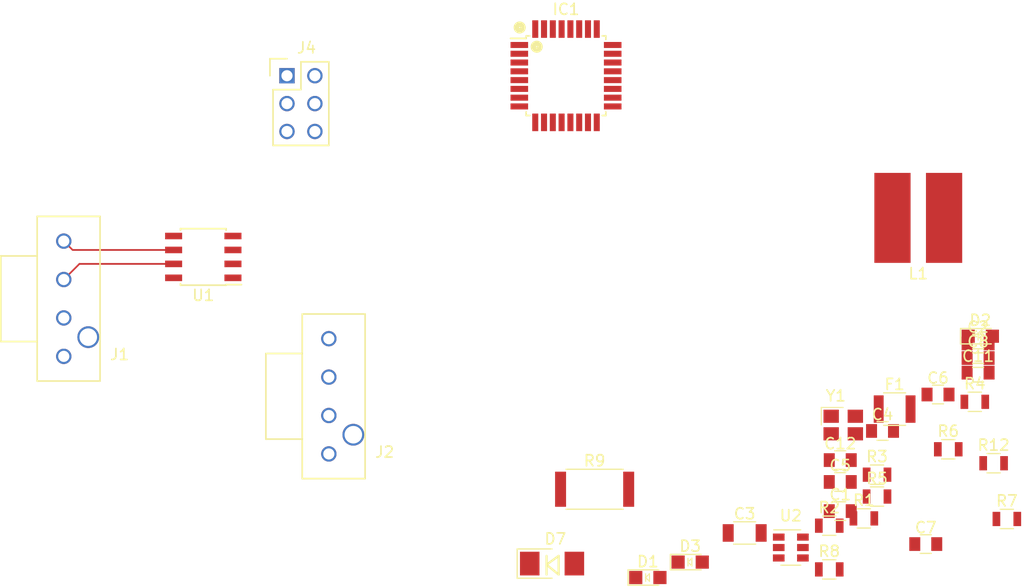
<source format=kicad_pcb>
(kicad_pcb (version 20171130) (host pcbnew 5.0.1-33cea8e~67~ubuntu16.04.1)

  (general
    (thickness 1.6)
    (drawings 0)
    (tracks 4)
    (zones 0)
    (modules 33)
    (nets 46)
  )

  (page A4)
  (layers
    (0 F.Cu signal)
    (31 B.Cu signal)
    (32 B.Adhes user)
    (33 F.Adhes user)
    (34 B.Paste user)
    (35 F.Paste user)
    (36 B.SilkS user)
    (37 F.SilkS user)
    (38 B.Mask user)
    (39 F.Mask user)
    (40 Dwgs.User user)
    (41 Cmts.User user)
    (42 Eco1.User user)
    (43 Eco2.User user)
    (44 Edge.Cuts user)
    (45 Margin user)
    (46 B.CrtYd user)
    (47 F.CrtYd user)
    (48 B.Fab user)
    (49 F.Fab user)
  )

  (setup
    (last_trace_width 0.1524)
    (trace_clearance 0.1524)
    (zone_clearance 0.508)
    (zone_45_only no)
    (trace_min 0.1524)
    (segment_width 0.2)
    (edge_width 0.15)
    (via_size 0.6096)
    (via_drill 0.3048)
    (via_min_size 0.4)
    (via_min_drill 0.3)
    (uvia_size 0.3)
    (uvia_drill 0.1)
    (uvias_allowed no)
    (uvia_min_size 0.2)
    (uvia_min_drill 0.1)
    (pcb_text_width 0.3)
    (pcb_text_size 1.5 1.5)
    (mod_edge_width 0.15)
    (mod_text_size 1 1)
    (mod_text_width 0.15)
    (pad_size 1.524 1.524)
    (pad_drill 0.762)
    (pad_to_mask_clearance 0.051)
    (solder_mask_min_width 0.25)
    (aux_axis_origin 0 0)
    (visible_elements FFFFFF7F)
    (pcbplotparams
      (layerselection 0x010fc_ffffffff)
      (usegerberextensions false)
      (usegerberattributes false)
      (usegerberadvancedattributes false)
      (creategerberjobfile false)
      (excludeedgelayer true)
      (linewidth 0.100000)
      (plotframeref false)
      (viasonmask false)
      (mode 1)
      (useauxorigin false)
      (hpglpennumber 1)
      (hpglpenspeed 20)
      (hpglpendiameter 15.000000)
      (psnegative false)
      (psa4output false)
      (plotreference true)
      (plotvalue true)
      (plotinvisibletext false)
      (padsonsilk false)
      (subtractmaskfromsilk false)
      (outputformat 1)
      (mirror false)
      (drillshape 1)
      (scaleselection 1)
      (outputdirectory ""))
  )

  (net 0 "")
  (net 1 VCC)
  (net 2 GND)
  (net 3 "Net-(C2-Pad1)")
  (net 4 /12V_Fused)
  (net 5 "Net-(C5-Pad1)")
  (net 6 "Net-(C5-Pad2)")
  (net 7 "Net-(C6-Pad1)")
  (net 8 "Net-(C11-Pad1)")
  (net 9 "Net-(C8-Pad1)")
  (net 10 "Net-(D1-Pad2)")
  (net 11 "Net-(D2-Pad2)")
  (net 12 /P_LED_1)
  (net 13 "Net-(D3-Pad1)")
  (net 14 +12V)
  (net 15 /MISO)
  (net 16 /MOSI)
  (net 17 /SS)
  (net 18 /TXCAN)
  (net 19 /RXCAN)
  (net 20 /HSENSOR)
  (net 21 /SCK)
  (net 22 "Net-(IC1-Pad13)")
  (net 23 "Net-(IC1-Pad14)")
  (net 24 "Net-(IC1-Pad15)")
  (net 25 "Net-(IC1-Pad16)")
  (net 26 "Net-(IC1-Pad17)")
  (net 27 "Net-(IC1-Pad18)")
  (net 28 "Net-(IC1-Pad21)")
  (net 29 "Net-(IC1-Pad22)")
  (net 30 "Net-(IC1-Pad23)")
  (net 31 "Net-(IC1-Pad24)")
  (net 32 "Net-(IC1-Pad25)")
  (net 33 "Net-(IC1-Pad26)")
  (net 34 "Net-(IC1-Pad27)")
  (net 35 "Net-(IC1-Pad28)")
  (net 36 "Net-(IC1-Pad29)")
  (net 37 "Net-(IC1-Pad30)")
  (net 38 /RESET)
  (net 39 "Net-(IC1-Pad32)")
  (net 40 /CANL)
  (net 41 /CANH)
  (net 42 "Net-(J2-Pad4)")
  (net 43 "Net-(R3-Pad2)")
  (net 44 "Net-(R4-Pad1)")
  (net 45 "Net-(U1-Pad5)")

  (net_class Default "This is the default net class."
    (clearance 0.1524)
    (trace_width 0.1524)
    (via_dia 0.6096)
    (via_drill 0.3048)
    (uvia_dia 0.3)
    (uvia_drill 0.1)
    (add_net +12V)
    (add_net /12V_Fused)
    (add_net /CANH)
    (add_net /CANL)
    (add_net /HSENSOR)
    (add_net /MISO)
    (add_net /MOSI)
    (add_net /P_LED_1)
    (add_net /RESET)
    (add_net /RXCAN)
    (add_net /SCK)
    (add_net /SS)
    (add_net /TXCAN)
    (add_net GND)
    (add_net "Net-(C11-Pad1)")
    (add_net "Net-(C2-Pad1)")
    (add_net "Net-(C5-Pad1)")
    (add_net "Net-(C5-Pad2)")
    (add_net "Net-(C6-Pad1)")
    (add_net "Net-(C8-Pad1)")
    (add_net "Net-(D1-Pad2)")
    (add_net "Net-(D2-Pad2)")
    (add_net "Net-(D3-Pad1)")
    (add_net "Net-(IC1-Pad13)")
    (add_net "Net-(IC1-Pad14)")
    (add_net "Net-(IC1-Pad15)")
    (add_net "Net-(IC1-Pad16)")
    (add_net "Net-(IC1-Pad17)")
    (add_net "Net-(IC1-Pad18)")
    (add_net "Net-(IC1-Pad21)")
    (add_net "Net-(IC1-Pad22)")
    (add_net "Net-(IC1-Pad23)")
    (add_net "Net-(IC1-Pad24)")
    (add_net "Net-(IC1-Pad25)")
    (add_net "Net-(IC1-Pad26)")
    (add_net "Net-(IC1-Pad27)")
    (add_net "Net-(IC1-Pad28)")
    (add_net "Net-(IC1-Pad29)")
    (add_net "Net-(IC1-Pad30)")
    (add_net "Net-(IC1-Pad32)")
    (add_net "Net-(J2-Pad4)")
    (add_net "Net-(R3-Pad2)")
    (add_net "Net-(R4-Pad1)")
    (add_net "Net-(U1-Pad5)")
    (add_net VCC)
  )

  (module footprints:C_0805_OEM (layer F.Cu) (tedit 59F250E7) (tstamp 5BD271BE)
    (at 154.505001 94.278745)
    (descr "Capacitor SMD 0805, reflow soldering, AVX (see smccp.pdf)")
    (tags "capacitor 0805")
    (path /59E06957)
    (attr smd)
    (fp_text reference C1 (at 0 -1.5) (layer F.SilkS)
      (effects (font (size 1 1) (thickness 0.15)))
    )
    (fp_text value C_0.1uF (at 0 1.75) (layer F.Fab) hide
      (effects (font (size 1 1) (thickness 0.15)))
    )
    (fp_line (start -1 0.62) (end -1 -0.62) (layer F.Fab) (width 0.1))
    (fp_line (start 1 0.62) (end -1 0.62) (layer F.Fab) (width 0.1))
    (fp_line (start 1 -0.62) (end 1 0.62) (layer F.Fab) (width 0.1))
    (fp_line (start -1 -0.62) (end 1 -0.62) (layer F.Fab) (width 0.1))
    (fp_line (start 0.5 -0.85) (end -0.5 -0.85) (layer F.SilkS) (width 0.12))
    (fp_line (start -0.5 0.85) (end 0.5 0.85) (layer F.SilkS) (width 0.12))
    (fp_line (start -1.75 -0.88) (end 1.75 -0.88) (layer F.CrtYd) (width 0.05))
    (fp_line (start -1.75 -0.88) (end -1.75 0.87) (layer F.CrtYd) (width 0.05))
    (fp_line (start 1.75 0.87) (end 1.75 -0.88) (layer F.CrtYd) (width 0.05))
    (fp_line (start 1.75 0.87) (end -1.75 0.87) (layer F.CrtYd) (width 0.05))
    (pad 1 smd rect (at -1 0) (size 1 1.25) (layers F.Cu F.Paste F.Mask)
      (net 1 VCC))
    (pad 2 smd rect (at 1 0) (size 1 1.25) (layers F.Cu F.Paste F.Mask)
      (net 2 GND))
    (model /home/josh/Formula/OEM_Preferred_Parts/3DModels/C_0805_OEM/C_0805.wrl
      (at (xyz 0 0 0))
      (scale (xyz 1 1 1))
      (rotate (xyz 0 0 0))
    )
  )

  (module footprints:C_0805_OEM (layer F.Cu) (tedit 59F250E7) (tstamp 5BD271CE)
    (at 167.055001 79.008907)
    (descr "Capacitor SMD 0805, reflow soldering, AVX (see smccp.pdf)")
    (tags "capacitor 0805")
    (path /59E06E67)
    (attr smd)
    (fp_text reference C2 (at 0 -1.5) (layer F.SilkS)
      (effects (font (size 1 1) (thickness 0.15)))
    )
    (fp_text value C_100pF (at 0 1.75) (layer F.Fab) hide
      (effects (font (size 1 1) (thickness 0.15)))
    )
    (fp_line (start 1.75 0.87) (end -1.75 0.87) (layer F.CrtYd) (width 0.05))
    (fp_line (start 1.75 0.87) (end 1.75 -0.88) (layer F.CrtYd) (width 0.05))
    (fp_line (start -1.75 -0.88) (end -1.75 0.87) (layer F.CrtYd) (width 0.05))
    (fp_line (start -1.75 -0.88) (end 1.75 -0.88) (layer F.CrtYd) (width 0.05))
    (fp_line (start -0.5 0.85) (end 0.5 0.85) (layer F.SilkS) (width 0.12))
    (fp_line (start 0.5 -0.85) (end -0.5 -0.85) (layer F.SilkS) (width 0.12))
    (fp_line (start -1 -0.62) (end 1 -0.62) (layer F.Fab) (width 0.1))
    (fp_line (start 1 -0.62) (end 1 0.62) (layer F.Fab) (width 0.1))
    (fp_line (start 1 0.62) (end -1 0.62) (layer F.Fab) (width 0.1))
    (fp_line (start -1 0.62) (end -1 -0.62) (layer F.Fab) (width 0.1))
    (pad 2 smd rect (at 1 0) (size 1 1.25) (layers F.Cu F.Paste F.Mask)
      (net 2 GND))
    (pad 1 smd rect (at -1 0) (size 1 1.25) (layers F.Cu F.Paste F.Mask)
      (net 3 "Net-(C2-Pad1)"))
    (model /home/josh/Formula/OEM_Preferred_Parts/3DModels/C_0805_OEM/C_0805.wrl
      (at (xyz 0 0 0))
      (scale (xyz 1 1 1))
      (rotate (xyz 0 0 0))
    )
  )

  (module footprints:C_1206_OEM (layer F.Cu) (tedit 59F253AA) (tstamp 5BD271DE)
    (at 145.805001 96.270463)
    (descr "Capacitor SMD 1206, reflow soldering, AVX (see smccp.pdf)")
    (tags "capacitor 1206")
    (path /59E04907)
    (attr smd)
    (fp_text reference C3 (at 0 -1.75) (layer F.SilkS)
      (effects (font (size 1 1) (thickness 0.15)))
    )
    (fp_text value C_22uF (at 0 2) (layer F.Fab) hide
      (effects (font (size 1 1) (thickness 0.15)))
    )
    (fp_line (start -1.6 0.8) (end -1.6 -0.8) (layer F.Fab) (width 0.1))
    (fp_line (start 1.6 0.8) (end -1.6 0.8) (layer F.Fab) (width 0.1))
    (fp_line (start 1.6 -0.8) (end 1.6 0.8) (layer F.Fab) (width 0.1))
    (fp_line (start -1.6 -0.8) (end 1.6 -0.8) (layer F.Fab) (width 0.1))
    (fp_line (start 1 -1.02) (end -1 -1.02) (layer F.SilkS) (width 0.12))
    (fp_line (start -1 1.02) (end 1 1.02) (layer F.SilkS) (width 0.12))
    (fp_line (start -2.25 -1.05) (end 2.25 -1.05) (layer F.CrtYd) (width 0.05))
    (fp_line (start -2.25 -1.05) (end -2.25 1.05) (layer F.CrtYd) (width 0.05))
    (fp_line (start 2.25 1.05) (end 2.25 -1.05) (layer F.CrtYd) (width 0.05))
    (fp_line (start 2.25 1.05) (end -2.25 1.05) (layer F.CrtYd) (width 0.05))
    (pad 1 smd rect (at -1.5 0) (size 1 1.6) (layers F.Cu F.Paste F.Mask)
      (net 4 /12V_Fused))
    (pad 2 smd rect (at 1.5 0) (size 1 1.6) (layers F.Cu F.Paste F.Mask)
      (net 2 GND))
    (model Capacitors_SMD.3dshapes/C_1206.wrl
      (at (xyz 0 0 0))
      (scale (xyz 1 1 1))
      (rotate (xyz 0 0 0))
    )
  )

  (module footprints:C_0805_OEM (layer F.Cu) (tedit 59F250E7) (tstamp 5BD271EE)
    (at 158.355001 86.975779)
    (descr "Capacitor SMD 0805, reflow soldering, AVX (see smccp.pdf)")
    (tags "capacitor 0805")
    (path /59E068FA)
    (attr smd)
    (fp_text reference C4 (at 0 -1.5) (layer F.SilkS)
      (effects (font (size 1 1) (thickness 0.15)))
    )
    (fp_text value C_0.1uF (at 0 1.75) (layer F.Fab) hide
      (effects (font (size 1 1) (thickness 0.15)))
    )
    (fp_line (start 1.75 0.87) (end -1.75 0.87) (layer F.CrtYd) (width 0.05))
    (fp_line (start 1.75 0.87) (end 1.75 -0.88) (layer F.CrtYd) (width 0.05))
    (fp_line (start -1.75 -0.88) (end -1.75 0.87) (layer F.CrtYd) (width 0.05))
    (fp_line (start -1.75 -0.88) (end 1.75 -0.88) (layer F.CrtYd) (width 0.05))
    (fp_line (start -0.5 0.85) (end 0.5 0.85) (layer F.SilkS) (width 0.12))
    (fp_line (start 0.5 -0.85) (end -0.5 -0.85) (layer F.SilkS) (width 0.12))
    (fp_line (start -1 -0.62) (end 1 -0.62) (layer F.Fab) (width 0.1))
    (fp_line (start 1 -0.62) (end 1 0.62) (layer F.Fab) (width 0.1))
    (fp_line (start 1 0.62) (end -1 0.62) (layer F.Fab) (width 0.1))
    (fp_line (start -1 0.62) (end -1 -0.62) (layer F.Fab) (width 0.1))
    (pad 2 smd rect (at 1 0) (size 1 1.25) (layers F.Cu F.Paste F.Mask)
      (net 2 GND))
    (pad 1 smd rect (at -1 0) (size 1 1.25) (layers F.Cu F.Paste F.Mask)
      (net 1 VCC))
    (model /home/josh/Formula/OEM_Preferred_Parts/3DModels/C_0805_OEM/C_0805.wrl
      (at (xyz 0 0 0))
      (scale (xyz 1 1 1))
      (rotate (xyz 0 0 0))
    )
  )

  (module footprints:C_0805_OEM (layer F.Cu) (tedit 59F250E7) (tstamp 5BD271FE)
    (at 154.505001 91.623121)
    (descr "Capacitor SMD 0805, reflow soldering, AVX (see smccp.pdf)")
    (tags "capacitor 0805")
    (path /59E048C8)
    (attr smd)
    (fp_text reference C5 (at 0 -1.5) (layer F.SilkS)
      (effects (font (size 1 1) (thickness 0.15)))
    )
    (fp_text value C_0.1uF (at 0 1.75) (layer F.Fab) hide
      (effects (font (size 1 1) (thickness 0.15)))
    )
    (fp_line (start -1 0.62) (end -1 -0.62) (layer F.Fab) (width 0.1))
    (fp_line (start 1 0.62) (end -1 0.62) (layer F.Fab) (width 0.1))
    (fp_line (start 1 -0.62) (end 1 0.62) (layer F.Fab) (width 0.1))
    (fp_line (start -1 -0.62) (end 1 -0.62) (layer F.Fab) (width 0.1))
    (fp_line (start 0.5 -0.85) (end -0.5 -0.85) (layer F.SilkS) (width 0.12))
    (fp_line (start -0.5 0.85) (end 0.5 0.85) (layer F.SilkS) (width 0.12))
    (fp_line (start -1.75 -0.88) (end 1.75 -0.88) (layer F.CrtYd) (width 0.05))
    (fp_line (start -1.75 -0.88) (end -1.75 0.87) (layer F.CrtYd) (width 0.05))
    (fp_line (start 1.75 0.87) (end 1.75 -0.88) (layer F.CrtYd) (width 0.05))
    (fp_line (start 1.75 0.87) (end -1.75 0.87) (layer F.CrtYd) (width 0.05))
    (pad 1 smd rect (at -1 0) (size 1 1.25) (layers F.Cu F.Paste F.Mask)
      (net 5 "Net-(C5-Pad1)"))
    (pad 2 smd rect (at 1 0) (size 1 1.25) (layers F.Cu F.Paste F.Mask)
      (net 6 "Net-(C5-Pad2)"))
    (model /home/josh/Formula/OEM_Preferred_Parts/3DModels/C_0805_OEM/C_0805.wrl
      (at (xyz 0 0 0))
      (scale (xyz 1 1 1))
      (rotate (xyz 0 0 0))
    )
  )

  (module footprints:C_0805_OEM (layer F.Cu) (tedit 59F250E7) (tstamp 5BD2720E)
    (at 163.405001 83.656249)
    (descr "Capacitor SMD 0805, reflow soldering, AVX (see smccp.pdf)")
    (tags "capacitor 0805")
    (path /59E06F43)
    (attr smd)
    (fp_text reference C6 (at 0 -1.5) (layer F.SilkS)
      (effects (font (size 1 1) (thickness 0.15)))
    )
    (fp_text value C_30pF (at 0 1.75) (layer F.Fab) hide
      (effects (font (size 1 1) (thickness 0.15)))
    )
    (fp_line (start 1.75 0.87) (end -1.75 0.87) (layer F.CrtYd) (width 0.05))
    (fp_line (start 1.75 0.87) (end 1.75 -0.88) (layer F.CrtYd) (width 0.05))
    (fp_line (start -1.75 -0.88) (end -1.75 0.87) (layer F.CrtYd) (width 0.05))
    (fp_line (start -1.75 -0.88) (end 1.75 -0.88) (layer F.CrtYd) (width 0.05))
    (fp_line (start -0.5 0.85) (end 0.5 0.85) (layer F.SilkS) (width 0.12))
    (fp_line (start 0.5 -0.85) (end -0.5 -0.85) (layer F.SilkS) (width 0.12))
    (fp_line (start -1 -0.62) (end 1 -0.62) (layer F.Fab) (width 0.1))
    (fp_line (start 1 -0.62) (end 1 0.62) (layer F.Fab) (width 0.1))
    (fp_line (start 1 0.62) (end -1 0.62) (layer F.Fab) (width 0.1))
    (fp_line (start -1 0.62) (end -1 -0.62) (layer F.Fab) (width 0.1))
    (pad 2 smd rect (at 1 0) (size 1 1.25) (layers F.Cu F.Paste F.Mask)
      (net 2 GND))
    (pad 1 smd rect (at -1 0) (size 1 1.25) (layers F.Cu F.Paste F.Mask)
      (net 7 "Net-(C6-Pad1)"))
    (model /home/josh/Formula/OEM_Preferred_Parts/3DModels/C_0805_OEM/C_0805.wrl
      (at (xyz 0 0 0))
      (scale (xyz 1 1 1))
      (rotate (xyz 0 0 0))
    )
  )

  (module footprints:C_0805_OEM (layer F.Cu) (tedit 59F250E7) (tstamp 5BD2721E)
    (at 162.29 97.282)
    (descr "Capacitor SMD 0805, reflow soldering, AVX (see smccp.pdf)")
    (tags "capacitor 0805")
    (path /59E0494E)
    (attr smd)
    (fp_text reference C7 (at 0 -1.5) (layer F.SilkS)
      (effects (font (size 1 1) (thickness 0.15)))
    )
    (fp_text value C_47uF (at 0 1.75) (layer F.Fab) hide
      (effects (font (size 1 1) (thickness 0.15)))
    )
    (fp_line (start -1 0.62) (end -1 -0.62) (layer F.Fab) (width 0.1))
    (fp_line (start 1 0.62) (end -1 0.62) (layer F.Fab) (width 0.1))
    (fp_line (start 1 -0.62) (end 1 0.62) (layer F.Fab) (width 0.1))
    (fp_line (start -1 -0.62) (end 1 -0.62) (layer F.Fab) (width 0.1))
    (fp_line (start 0.5 -0.85) (end -0.5 -0.85) (layer F.SilkS) (width 0.12))
    (fp_line (start -0.5 0.85) (end 0.5 0.85) (layer F.SilkS) (width 0.12))
    (fp_line (start -1.75 -0.88) (end 1.75 -0.88) (layer F.CrtYd) (width 0.05))
    (fp_line (start -1.75 -0.88) (end -1.75 0.87) (layer F.CrtYd) (width 0.05))
    (fp_line (start 1.75 0.87) (end 1.75 -0.88) (layer F.CrtYd) (width 0.05))
    (fp_line (start 1.75 0.87) (end -1.75 0.87) (layer F.CrtYd) (width 0.05))
    (pad 1 smd rect (at -1 0) (size 1 1.25) (layers F.Cu F.Paste F.Mask)
      (net 8 "Net-(C11-Pad1)"))
    (pad 2 smd rect (at 1 0) (size 1 1.25) (layers F.Cu F.Paste F.Mask)
      (net 2 GND))
    (model /home/josh/Formula/OEM_Preferred_Parts/3DModels/C_0805_OEM/C_0805.wrl
      (at (xyz 0 0 0))
      (scale (xyz 1 1 1))
      (rotate (xyz 0 0 0))
    )
  )

  (module footprints:C_0805_OEM (layer F.Cu) (tedit 59F250E7) (tstamp 5BD2722E)
    (at 167.055001 80.336719)
    (descr "Capacitor SMD 0805, reflow soldering, AVX (see smccp.pdf)")
    (tags "capacitor 0805")
    (path /59E06ED0)
    (attr smd)
    (fp_text reference C8 (at 0 -1.5) (layer F.SilkS)
      (effects (font (size 1 1) (thickness 0.15)))
    )
    (fp_text value C_30pF (at 0 1.75) (layer F.Fab) hide
      (effects (font (size 1 1) (thickness 0.15)))
    )
    (fp_line (start -1 0.62) (end -1 -0.62) (layer F.Fab) (width 0.1))
    (fp_line (start 1 0.62) (end -1 0.62) (layer F.Fab) (width 0.1))
    (fp_line (start 1 -0.62) (end 1 0.62) (layer F.Fab) (width 0.1))
    (fp_line (start -1 -0.62) (end 1 -0.62) (layer F.Fab) (width 0.1))
    (fp_line (start 0.5 -0.85) (end -0.5 -0.85) (layer F.SilkS) (width 0.12))
    (fp_line (start -0.5 0.85) (end 0.5 0.85) (layer F.SilkS) (width 0.12))
    (fp_line (start -1.75 -0.88) (end 1.75 -0.88) (layer F.CrtYd) (width 0.05))
    (fp_line (start -1.75 -0.88) (end -1.75 0.87) (layer F.CrtYd) (width 0.05))
    (fp_line (start 1.75 0.87) (end 1.75 -0.88) (layer F.CrtYd) (width 0.05))
    (fp_line (start 1.75 0.87) (end -1.75 0.87) (layer F.CrtYd) (width 0.05))
    (pad 1 smd rect (at -1 0) (size 1 1.25) (layers F.Cu F.Paste F.Mask)
      (net 9 "Net-(C8-Pad1)"))
    (pad 2 smd rect (at 1 0) (size 1 1.25) (layers F.Cu F.Paste F.Mask)
      (net 2 GND))
    (model /home/josh/Formula/OEM_Preferred_Parts/3DModels/C_0805_OEM/C_0805.wrl
      (at (xyz 0 0 0))
      (scale (xyz 1 1 1))
      (rotate (xyz 0 0 0))
    )
  )

  (module footprints:C_0805_OEM (layer F.Cu) (tedit 59F250E7) (tstamp 5BD2723E)
    (at 167.055001 81.664531)
    (descr "Capacitor SMD 0805, reflow soldering, AVX (see smccp.pdf)")
    (tags "capacitor 0805")
    (path /5A79269E)
    (attr smd)
    (fp_text reference C11 (at 0 -1.5) (layer F.SilkS)
      (effects (font (size 1 1) (thickness 0.15)))
    )
    (fp_text value C_1uF (at 0 1.75) (layer F.Fab) hide
      (effects (font (size 1 1) (thickness 0.15)))
    )
    (fp_line (start -1 0.62) (end -1 -0.62) (layer F.Fab) (width 0.1))
    (fp_line (start 1 0.62) (end -1 0.62) (layer F.Fab) (width 0.1))
    (fp_line (start 1 -0.62) (end 1 0.62) (layer F.Fab) (width 0.1))
    (fp_line (start -1 -0.62) (end 1 -0.62) (layer F.Fab) (width 0.1))
    (fp_line (start 0.5 -0.85) (end -0.5 -0.85) (layer F.SilkS) (width 0.12))
    (fp_line (start -0.5 0.85) (end 0.5 0.85) (layer F.SilkS) (width 0.12))
    (fp_line (start -1.75 -0.88) (end 1.75 -0.88) (layer F.CrtYd) (width 0.05))
    (fp_line (start -1.75 -0.88) (end -1.75 0.87) (layer F.CrtYd) (width 0.05))
    (fp_line (start 1.75 0.87) (end 1.75 -0.88) (layer F.CrtYd) (width 0.05))
    (fp_line (start 1.75 0.87) (end -1.75 0.87) (layer F.CrtYd) (width 0.05))
    (pad 1 smd rect (at -1 0) (size 1 1.25) (layers F.Cu F.Paste F.Mask)
      (net 8 "Net-(C11-Pad1)"))
    (pad 2 smd rect (at 1 0) (size 1 1.25) (layers F.Cu F.Paste F.Mask)
      (net 2 GND))
    (model /home/josh/Formula/OEM_Preferred_Parts/3DModels/C_0805_OEM/C_0805.wrl
      (at (xyz 0 0 0))
      (scale (xyz 1 1 1))
      (rotate (xyz 0 0 0))
    )
  )

  (module footprints:C_0805_OEM (layer F.Cu) (tedit 59F250E7) (tstamp 5BD2724E)
    (at 154.505001 89.631403)
    (descr "Capacitor SMD 0805, reflow soldering, AVX (see smccp.pdf)")
    (tags "capacitor 0805")
    (path /5A79252F)
    (attr smd)
    (fp_text reference C12 (at 0 -1.5) (layer F.SilkS)
      (effects (font (size 1 1) (thickness 0.15)))
    )
    (fp_text value C_0.1uF (at 0 1.75) (layer F.Fab) hide
      (effects (font (size 1 1) (thickness 0.15)))
    )
    (fp_line (start 1.75 0.87) (end -1.75 0.87) (layer F.CrtYd) (width 0.05))
    (fp_line (start 1.75 0.87) (end 1.75 -0.88) (layer F.CrtYd) (width 0.05))
    (fp_line (start -1.75 -0.88) (end -1.75 0.87) (layer F.CrtYd) (width 0.05))
    (fp_line (start -1.75 -0.88) (end 1.75 -0.88) (layer F.CrtYd) (width 0.05))
    (fp_line (start -0.5 0.85) (end 0.5 0.85) (layer F.SilkS) (width 0.12))
    (fp_line (start 0.5 -0.85) (end -0.5 -0.85) (layer F.SilkS) (width 0.12))
    (fp_line (start -1 -0.62) (end 1 -0.62) (layer F.Fab) (width 0.1))
    (fp_line (start 1 -0.62) (end 1 0.62) (layer F.Fab) (width 0.1))
    (fp_line (start 1 0.62) (end -1 0.62) (layer F.Fab) (width 0.1))
    (fp_line (start -1 0.62) (end -1 -0.62) (layer F.Fab) (width 0.1))
    (pad 2 smd rect (at 1 0) (size 1 1.25) (layers F.Cu F.Paste F.Mask)
      (net 2 GND))
    (pad 1 smd rect (at -1 0) (size 1 1.25) (layers F.Cu F.Paste F.Mask)
      (net 8 "Net-(C11-Pad1)"))
    (model /home/josh/Formula/OEM_Preferred_Parts/3DModels/C_0805_OEM/C_0805.wrl
      (at (xyz 0 0 0))
      (scale (xyz 1 1 1))
      (rotate (xyz 0 0 0))
    )
  )

  (module footprints:LED_0805_OEM (layer F.Cu) (tedit 5A5B129D) (tstamp 5BD27267)
    (at 136.99 100.33)
    (descr "LED 0805 smd package")
    (tags "LED led 0805 SMD smd SMT smt smdled SMDLED smtled SMTLED")
    (path /59E047E3)
    (attr smd)
    (fp_text reference D1 (at 0 -1.45) (layer F.SilkS)
      (effects (font (size 1 1) (thickness 0.15)))
    )
    (fp_text value LED_0805 (at 0.508 2.032) (layer F.Fab) hide
      (effects (font (size 1 1) (thickness 0.15)))
    )
    (fp_line (start -1.95 -0.85) (end 1.95 -0.85) (layer F.CrtYd) (width 0.05))
    (fp_line (start -1.95 0.85) (end -1.95 -0.85) (layer F.CrtYd) (width 0.05))
    (fp_line (start 1.95 0.85) (end -1.95 0.85) (layer F.CrtYd) (width 0.05))
    (fp_line (start 1.95 -0.85) (end 1.95 0.85) (layer F.CrtYd) (width 0.05))
    (fp_line (start -1.8 -0.7) (end 1 -0.7) (layer F.SilkS) (width 0.12))
    (fp_line (start -1.8 0.7) (end 1 0.7) (layer F.SilkS) (width 0.12))
    (fp_line (start -1 0.6) (end -1 -0.6) (layer F.Fab) (width 0.1))
    (fp_line (start -1 -0.6) (end 1 -0.6) (layer F.Fab) (width 0.1))
    (fp_line (start 1 -0.6) (end 1 0.6) (layer F.Fab) (width 0.1))
    (fp_line (start 1 0.6) (end -1 0.6) (layer F.Fab) (width 0.1))
    (fp_line (start -1.8 -0.7) (end -1.8 0.7) (layer F.SilkS) (width 0.12))
    (fp_line (start -0.2 0) (end 0.1 -0.3) (layer F.SilkS) (width 0.1))
    (fp_line (start 0.1 -0.3) (end 0.15 -0.35) (layer F.SilkS) (width 0.1))
    (fp_line (start 0.15 -0.35) (end 0.15 0.3) (layer F.SilkS) (width 0.1))
    (fp_line (start 0.15 0.35) (end 0.15 0.3) (layer F.SilkS) (width 0.1))
    (fp_line (start 0.15 0.3) (end 0.15 0.35) (layer F.SilkS) (width 0.1))
    (fp_line (start 0.15 0.35) (end -0.2 0) (layer F.SilkS) (width 0.1))
    (fp_line (start -0.2 0) (end -0.2 -0.35) (layer F.SilkS) (width 0.1))
    (fp_line (start -0.2 0.35) (end -0.2 0) (layer F.SilkS) (width 0.1))
    (pad 1 smd rect (at -1.1 0 180) (size 1.2 1.2) (layers F.Cu F.Paste F.Mask)
      (net 2 GND))
    (pad 2 smd rect (at 1.1 0 180) (size 1.2 1.2) (layers F.Cu F.Paste F.Mask)
      (net 10 "Net-(D1-Pad2)"))
    (model "/home/josh/Formula/OEM_Preferred_Parts/3DModels/LED_0805/LED 0805 Base GREEN001_sp.wrl"
      (at (xyz 0 0 0))
      (scale (xyz 1 1 1))
      (rotate (xyz 0 0 180))
    )
  )

  (module footprints:LED_0805_OEM (layer F.Cu) (tedit 5A5B129D) (tstamp 5BD27280)
    (at 167.255001 78.345001)
    (descr "LED 0805 smd package")
    (tags "LED led 0805 SMD smd SMT smt smdled SMDLED smtled SMTLED")
    (path /59E0483A)
    (attr smd)
    (fp_text reference D2 (at 0 -1.45) (layer F.SilkS)
      (effects (font (size 1 1) (thickness 0.15)))
    )
    (fp_text value LED_0805 (at 0.508 2.032) (layer F.Fab) hide
      (effects (font (size 1 1) (thickness 0.15)))
    )
    (fp_line (start -0.2 0.35) (end -0.2 0) (layer F.SilkS) (width 0.1))
    (fp_line (start -0.2 0) (end -0.2 -0.35) (layer F.SilkS) (width 0.1))
    (fp_line (start 0.15 0.35) (end -0.2 0) (layer F.SilkS) (width 0.1))
    (fp_line (start 0.15 0.3) (end 0.15 0.35) (layer F.SilkS) (width 0.1))
    (fp_line (start 0.15 0.35) (end 0.15 0.3) (layer F.SilkS) (width 0.1))
    (fp_line (start 0.15 -0.35) (end 0.15 0.3) (layer F.SilkS) (width 0.1))
    (fp_line (start 0.1 -0.3) (end 0.15 -0.35) (layer F.SilkS) (width 0.1))
    (fp_line (start -0.2 0) (end 0.1 -0.3) (layer F.SilkS) (width 0.1))
    (fp_line (start -1.8 -0.7) (end -1.8 0.7) (layer F.SilkS) (width 0.12))
    (fp_line (start 1 0.6) (end -1 0.6) (layer F.Fab) (width 0.1))
    (fp_line (start 1 -0.6) (end 1 0.6) (layer F.Fab) (width 0.1))
    (fp_line (start -1 -0.6) (end 1 -0.6) (layer F.Fab) (width 0.1))
    (fp_line (start -1 0.6) (end -1 -0.6) (layer F.Fab) (width 0.1))
    (fp_line (start -1.8 0.7) (end 1 0.7) (layer F.SilkS) (width 0.12))
    (fp_line (start -1.8 -0.7) (end 1 -0.7) (layer F.SilkS) (width 0.12))
    (fp_line (start 1.95 -0.85) (end 1.95 0.85) (layer F.CrtYd) (width 0.05))
    (fp_line (start 1.95 0.85) (end -1.95 0.85) (layer F.CrtYd) (width 0.05))
    (fp_line (start -1.95 0.85) (end -1.95 -0.85) (layer F.CrtYd) (width 0.05))
    (fp_line (start -1.95 -0.85) (end 1.95 -0.85) (layer F.CrtYd) (width 0.05))
    (pad 2 smd rect (at 1.1 0 180) (size 1.2 1.2) (layers F.Cu F.Paste F.Mask)
      (net 11 "Net-(D2-Pad2)"))
    (pad 1 smd rect (at -1.1 0 180) (size 1.2 1.2) (layers F.Cu F.Paste F.Mask)
      (net 2 GND))
    (model "/home/josh/Formula/OEM_Preferred_Parts/3DModels/LED_0805/LED 0805 Base GREEN001_sp.wrl"
      (at (xyz 0 0 0))
      (scale (xyz 1 1 1))
      (rotate (xyz 0 0 180))
    )
  )

  (module footprints:LED_0805_OEM (layer F.Cu) (tedit 5A5B129D) (tstamp 5BD27299)
    (at 140.845001 98.926087)
    (descr "LED 0805 smd package")
    (tags "LED led 0805 SMD smd SMT smt smdled SMDLED smtled SMTLED")
    (path /5BCF1382)
    (attr smd)
    (fp_text reference D3 (at 0 -1.45) (layer F.SilkS)
      (effects (font (size 1 1) (thickness 0.15)))
    )
    (fp_text value LED_0805 (at 0.508 2.032) (layer F.Fab) hide
      (effects (font (size 1 1) (thickness 0.15)))
    )
    (fp_line (start -0.2 0.35) (end -0.2 0) (layer F.SilkS) (width 0.1))
    (fp_line (start -0.2 0) (end -0.2 -0.35) (layer F.SilkS) (width 0.1))
    (fp_line (start 0.15 0.35) (end -0.2 0) (layer F.SilkS) (width 0.1))
    (fp_line (start 0.15 0.3) (end 0.15 0.35) (layer F.SilkS) (width 0.1))
    (fp_line (start 0.15 0.35) (end 0.15 0.3) (layer F.SilkS) (width 0.1))
    (fp_line (start 0.15 -0.35) (end 0.15 0.3) (layer F.SilkS) (width 0.1))
    (fp_line (start 0.1 -0.3) (end 0.15 -0.35) (layer F.SilkS) (width 0.1))
    (fp_line (start -0.2 0) (end 0.1 -0.3) (layer F.SilkS) (width 0.1))
    (fp_line (start -1.8 -0.7) (end -1.8 0.7) (layer F.SilkS) (width 0.12))
    (fp_line (start 1 0.6) (end -1 0.6) (layer F.Fab) (width 0.1))
    (fp_line (start 1 -0.6) (end 1 0.6) (layer F.Fab) (width 0.1))
    (fp_line (start -1 -0.6) (end 1 -0.6) (layer F.Fab) (width 0.1))
    (fp_line (start -1 0.6) (end -1 -0.6) (layer F.Fab) (width 0.1))
    (fp_line (start -1.8 0.7) (end 1 0.7) (layer F.SilkS) (width 0.12))
    (fp_line (start -1.8 -0.7) (end 1 -0.7) (layer F.SilkS) (width 0.12))
    (fp_line (start 1.95 -0.85) (end 1.95 0.85) (layer F.CrtYd) (width 0.05))
    (fp_line (start 1.95 0.85) (end -1.95 0.85) (layer F.CrtYd) (width 0.05))
    (fp_line (start -1.95 0.85) (end -1.95 -0.85) (layer F.CrtYd) (width 0.05))
    (fp_line (start -1.95 -0.85) (end 1.95 -0.85) (layer F.CrtYd) (width 0.05))
    (pad 2 smd rect (at 1.1 0 180) (size 1.2 1.2) (layers F.Cu F.Paste F.Mask)
      (net 12 /P_LED_1))
    (pad 1 smd rect (at -1.1 0 180) (size 1.2 1.2) (layers F.Cu F.Paste F.Mask)
      (net 13 "Net-(D3-Pad1)"))
    (model "/home/josh/Formula/OEM_Preferred_Parts/3DModels/LED_0805/LED 0805 Base GREEN001_sp.wrl"
      (at (xyz 0 0 0))
      (scale (xyz 1 1 1))
      (rotate (xyz 0 0 180))
    )
  )

  (module footprints:DO-214AA (layer F.Cu) (tedit 5A59FDFB) (tstamp 5BD272AE)
    (at 128.27 99.06)
    (descr "http://www.diodes.com/datasheets/ap02001.pdf p.144")
    (tags "Diode SOD523")
    (path /59F253C2)
    (attr smd)
    (fp_text reference D7 (at 0.3 -2.25) (layer F.SilkS)
      (effects (font (size 1 1) (thickness 0.15)))
    )
    (fp_text value D_Zener_18V (at 0 2.286) (layer F.Fab) hide
      (effects (font (size 1 1) (thickness 0.15)))
    )
    (fp_line (start 0.6 1) (end -0.5 0.1) (layer F.SilkS) (width 0.2))
    (fp_line (start 0.6 -0.7) (end 0.6 1) (layer F.SilkS) (width 0.2))
    (fp_line (start -0.5 0.1) (end 0.6 -0.7) (layer F.SilkS) (width 0.2))
    (fp_line (start -0.5 -0.7) (end -0.5 1) (layer F.SilkS) (width 0.2))
    (fp_line (start -3.175 -1.3335) (end -3.175 1.3335) (layer F.SilkS) (width 0.12))
    (fp_line (start 3.302 -1.4605) (end 3.302 1.4605) (layer F.CrtYd) (width 0.05))
    (fp_line (start -3.302 -1.4605) (end 3.302 -1.4605) (layer F.CrtYd) (width 0.05))
    (fp_line (start -3.302 -1.4605) (end -3.302 1.4605) (layer F.CrtYd) (width 0.05))
    (fp_line (start -3.302 1.4605) (end 3.302 1.4605) (layer F.CrtYd) (width 0.05))
    (fp_line (start 2.3749 -1.9685) (end 2.3749 1.9685) (layer F.Fab) (width 0.1))
    (fp_line (start -2.3749 -1.9685) (end 2.3749 -1.9685) (layer F.Fab) (width 0.1))
    (fp_line (start -2.3749 -1.9685) (end -2.3749 1.9685) (layer F.Fab) (width 0.1))
    (fp_line (start 2.3749 1.9685) (end -2.3749 1.9685) (layer F.Fab) (width 0.1))
    (fp_line (start -3.175 1.3335) (end 0 1.3335) (layer F.SilkS) (width 0.12))
    (fp_line (start -3.175 -1.3335) (end 0 -1.3335) (layer F.SilkS) (width 0.12))
    (pad 2 smd rect (at 2.032 0 180) (size 1.778 2.159) (layers F.Cu F.Paste F.Mask)
      (net 2 GND))
    (pad 1 smd rect (at -2.032 0 180) (size 1.778 2.159) (layers F.Cu F.Paste F.Mask)
      (net 14 +12V))
    (model /home/josh/Formula/OEM_Preferred_Parts/3DModels/DO_214AA_OEM/DO_214AA.wrl
      (at (xyz 0 0 0))
      (scale (xyz 1 1 1))
      (rotate (xyz 0 0 0))
    )
  )

  (module footprints:Fuse_1210 (layer F.Cu) (tedit 59F24A11) (tstamp 5BD272BE)
    (at 159.455001 84.984061)
    (descr "Resistor SMD 1210, reflow soldering, Vishay (see dcrcw.pdf)")
    (tags "resistor 1210")
    (path /59E0A5CF)
    (attr smd)
    (fp_text reference F1 (at 0 -2.25) (layer F.SilkS)
      (effects (font (size 1 1) (thickness 0.15)))
    )
    (fp_text value 500mA (at 0 2.4) (layer F.Fab) hide
      (effects (font (size 1 1) (thickness 0.15)))
    )
    (fp_line (start -1.6 1.25) (end -1.6 -1.25) (layer F.Fab) (width 0.1))
    (fp_line (start 1.6 1.25) (end -1.6 1.25) (layer F.Fab) (width 0.1))
    (fp_line (start 1.6 -1.25) (end 1.6 1.25) (layer F.Fab) (width 0.1))
    (fp_line (start -1.6 -1.25) (end 1.6 -1.25) (layer F.Fab) (width 0.1))
    (fp_line (start 1 1.48) (end -1 1.48) (layer F.SilkS) (width 0.12))
    (fp_line (start -1 -1.48) (end 1 -1.48) (layer F.SilkS) (width 0.12))
    (fp_line (start -2.15 -1.5) (end 2.15 -1.5) (layer F.CrtYd) (width 0.05))
    (fp_line (start -2.15 -1.5) (end -2.15 1.5) (layer F.CrtYd) (width 0.05))
    (fp_line (start 2.15 1.5) (end 2.15 -1.5) (layer F.CrtYd) (width 0.05))
    (fp_line (start 2.15 1.5) (end -2.15 1.5) (layer F.CrtYd) (width 0.05))
    (pad 1 smd rect (at -1.45 0) (size 0.9 2.5) (layers F.Cu F.Paste F.Mask)
      (net 14 +12V))
    (pad 2 smd rect (at 1.45 0) (size 0.9 2.5) (layers F.Cu F.Paste F.Mask)
      (net 4 /12V_Fused))
    (model /home/josh/Formula/OEM_Preferred_Parts/3DModels/Fuse_1210_OEM/Fuse1210.wrl
      (at (xyz 0 0 0))
      (scale (xyz 1 1 1))
      (rotate (xyz 0 0 0))
    )
  )

  (module footprints:TQFP-32_7x7mm_Pitch0.8mm (layer F.Cu) (tedit 59F24C0F) (tstamp 5BD272F7)
    (at 129.54 54.61)
    (descr "32-Lead Plastic Thin Quad Flatpack (PT) - 7x7x1.0 mm Body, 2.00 mm [TQFP] (see Microchip Packaging Specification 00000049BS.pdf)")
    (tags "QFP 0.8")
    (path /59E10948)
    (attr smd)
    (fp_text reference IC1 (at 0 -6.05) (layer F.SilkS)
      (effects (font (size 1 1) (thickness 0.15)))
    )
    (fp_text value ATMEGA16M1 (at 0 6.05) (layer F.Fab) hide
      (effects (font (size 1 1) (thickness 0.15)))
    )
    (fp_circle (center -2.667 -2.6416) (end -2.667 -2.6924) (layer F.SilkS) (width 0.5))
    (fp_circle (center -4.2164 -4.3942) (end -4.2164 -4.445) (layer F.SilkS) (width 0.5))
    (fp_text user %R (at 0 0) (layer F.Fab)
      (effects (font (size 1 1) (thickness 0.15)))
    )
    (fp_line (start -2.5 -3.5) (end 3.5 -3.5) (layer F.Fab) (width 0.15))
    (fp_line (start 3.5 -3.5) (end 3.5 3.5) (layer F.Fab) (width 0.15))
    (fp_line (start 3.5 3.5) (end -3.5 3.5) (layer F.Fab) (width 0.15))
    (fp_line (start -3.5 3.5) (end -3.5 -2.5) (layer F.Fab) (width 0.15))
    (fp_line (start -3.5 -2.5) (end -2.5 -3.5) (layer F.Fab) (width 0.15))
    (fp_line (start -5.3 -5.3) (end -5.3 5.3) (layer F.CrtYd) (width 0.05))
    (fp_line (start 5.3 -5.3) (end 5.3 5.3) (layer F.CrtYd) (width 0.05))
    (fp_line (start -5.3 -5.3) (end 5.3 -5.3) (layer F.CrtYd) (width 0.05))
    (fp_line (start -5.3 5.3) (end 5.3 5.3) (layer F.CrtYd) (width 0.05))
    (fp_line (start -3.625 -3.625) (end -3.625 -3.4) (layer F.SilkS) (width 0.15))
    (fp_line (start 3.625 -3.625) (end 3.625 -3.3) (layer F.SilkS) (width 0.15))
    (fp_line (start 3.625 3.625) (end 3.625 3.3) (layer F.SilkS) (width 0.15))
    (fp_line (start -3.625 3.625) (end -3.625 3.3) (layer F.SilkS) (width 0.15))
    (fp_line (start -3.625 -3.625) (end -3.3 -3.625) (layer F.SilkS) (width 0.15))
    (fp_line (start -3.625 3.625) (end -3.3 3.625) (layer F.SilkS) (width 0.15))
    (fp_line (start 3.625 3.625) (end 3.3 3.625) (layer F.SilkS) (width 0.15))
    (fp_line (start 3.625 -3.625) (end 3.3 -3.625) (layer F.SilkS) (width 0.15))
    (fp_line (start -3.625 -3.4) (end -5.05 -3.4) (layer F.SilkS) (width 0.15))
    (pad 1 smd rect (at -4.25 -2.8) (size 1.6 0.55) (layers F.Cu F.Paste F.Mask)
      (net 15 /MISO))
    (pad 2 smd rect (at -4.25 -2) (size 1.6 0.55) (layers F.Cu F.Paste F.Mask)
      (net 16 /MOSI))
    (pad 3 smd rect (at -4.25 -1.2) (size 1.6 0.55) (layers F.Cu F.Paste F.Mask)
      (net 17 /SS))
    (pad 4 smd rect (at -4.25 -0.4) (size 1.6 0.55) (layers F.Cu F.Paste F.Mask)
      (net 1 VCC))
    (pad 5 smd rect (at -4.25 0.4) (size 1.6 0.55) (layers F.Cu F.Paste F.Mask)
      (net 2 GND))
    (pad 6 smd rect (at -4.25 1.2) (size 1.6 0.55) (layers F.Cu F.Paste F.Mask)
      (net 18 /TXCAN))
    (pad 7 smd rect (at -4.25 2) (size 1.6 0.55) (layers F.Cu F.Paste F.Mask)
      (net 19 /RXCAN))
    (pad 8 smd rect (at -4.25 2.8) (size 1.6 0.55) (layers F.Cu F.Paste F.Mask)
      (net 20 /HSENSOR))
    (pad 9 smd rect (at -2.8 4.25 90) (size 1.6 0.55) (layers F.Cu F.Paste F.Mask)
      (net 12 /P_LED_1))
    (pad 10 smd rect (at -2 4.25 90) (size 1.6 0.55) (layers F.Cu F.Paste F.Mask)
      (net 9 "Net-(C8-Pad1)"))
    (pad 11 smd rect (at -1.2 4.25 90) (size 1.6 0.55) (layers F.Cu F.Paste F.Mask)
      (net 7 "Net-(C6-Pad1)"))
    (pad 12 smd rect (at -0.4 4.25 90) (size 1.6 0.55) (layers F.Cu F.Paste F.Mask)
      (net 21 /SCK))
    (pad 13 smd rect (at 0.4 4.25 90) (size 1.6 0.55) (layers F.Cu F.Paste F.Mask)
      (net 22 "Net-(IC1-Pad13)"))
    (pad 14 smd rect (at 1.2 4.25 90) (size 1.6 0.55) (layers F.Cu F.Paste F.Mask)
      (net 23 "Net-(IC1-Pad14)"))
    (pad 15 smd rect (at 2 4.25 90) (size 1.6 0.55) (layers F.Cu F.Paste F.Mask)
      (net 24 "Net-(IC1-Pad15)"))
    (pad 16 smd rect (at 2.8 4.25 90) (size 1.6 0.55) (layers F.Cu F.Paste F.Mask)
      (net 25 "Net-(IC1-Pad16)"))
    (pad 17 smd rect (at 4.25 2.8) (size 1.6 0.55) (layers F.Cu F.Paste F.Mask)
      (net 26 "Net-(IC1-Pad17)"))
    (pad 18 smd rect (at 4.25 2) (size 1.6 0.55) (layers F.Cu F.Paste F.Mask)
      (net 27 "Net-(IC1-Pad18)"))
    (pad 19 smd rect (at 4.25 1.2) (size 1.6 0.55) (layers F.Cu F.Paste F.Mask)
      (net 3 "Net-(C2-Pad1)"))
    (pad 20 smd rect (at 4.25 0.4) (size 1.6 0.55) (layers F.Cu F.Paste F.Mask)
      (net 2 GND))
    (pad 21 smd rect (at 4.25 -0.4) (size 1.6 0.55) (layers F.Cu F.Paste F.Mask)
      (net 28 "Net-(IC1-Pad21)"))
    (pad 22 smd rect (at 4.25 -1.2) (size 1.6 0.55) (layers F.Cu F.Paste F.Mask)
      (net 29 "Net-(IC1-Pad22)"))
    (pad 23 smd rect (at 4.25 -2) (size 1.6 0.55) (layers F.Cu F.Paste F.Mask)
      (net 30 "Net-(IC1-Pad23)"))
    (pad 24 smd rect (at 4.25 -2.8) (size 1.6 0.55) (layers F.Cu F.Paste F.Mask)
      (net 31 "Net-(IC1-Pad24)"))
    (pad 25 smd rect (at 2.8 -4.25 90) (size 1.6 0.55) (layers F.Cu F.Paste F.Mask)
      (net 32 "Net-(IC1-Pad25)"))
    (pad 26 smd rect (at 2 -4.25 90) (size 1.6 0.55) (layers F.Cu F.Paste F.Mask)
      (net 33 "Net-(IC1-Pad26)"))
    (pad 27 smd rect (at 1.2 -4.25 90) (size 1.6 0.55) (layers F.Cu F.Paste F.Mask)
      (net 34 "Net-(IC1-Pad27)"))
    (pad 28 smd rect (at 0.4 -4.25 90) (size 1.6 0.55) (layers F.Cu F.Paste F.Mask)
      (net 35 "Net-(IC1-Pad28)"))
    (pad 29 smd rect (at -0.4 -4.25 90) (size 1.6 0.55) (layers F.Cu F.Paste F.Mask)
      (net 36 "Net-(IC1-Pad29)"))
    (pad 30 smd rect (at -1.2 -4.25 90) (size 1.6 0.55) (layers F.Cu F.Paste F.Mask)
      (net 37 "Net-(IC1-Pad30)"))
    (pad 31 smd rect (at -2 -4.25 90) (size 1.6 0.55) (layers F.Cu F.Paste F.Mask)
      (net 38 /RESET))
    (pad 32 smd rect (at -2.8 -4.25 90) (size 1.6 0.55) (layers F.Cu F.Paste F.Mask)
      (net 39 "Net-(IC1-Pad32)"))
    (model Housings_QFP.3dshapes/TQFP-32_7x7mm_Pitch0.8mm.wrl
      (at (xyz 0 0 0))
      (scale (xyz 1 1 1))
      (rotate (xyz 0 0 0))
    )
  )

  (module footprints:Ultrafit_4 (layer F.Cu) (tedit 59F24F6F) (tstamp 5BD2730C)
    (at 83.82 74.93)
    (path /5BCEA0C7)
    (fp_text reference J1 (at 5.08 5.08) (layer F.SilkS)
      (effects (font (size 1 1) (thickness 0.15)))
    )
    (fp_text value UF_4_VT (at 4.572 0.508 90) (layer F.Fab) hide
      (effects (font (size 1 1) (thickness 0.15)))
    )
    (fp_line (start 3.302 7.5) (end 3.302 -7.5) (layer F.SilkS) (width 0.15))
    (fp_line (start -2.42 7.5) (end -2.42 -7.5) (layer F.SilkS) (width 0.15))
    (fp_line (start -2.42 -7.5) (end 3.302 -7.5) (layer F.SilkS) (width 0.15))
    (fp_line (start -2.42 7.5) (end 3.302 7.5) (layer F.SilkS) (width 0.15))
    (fp_line (start -5.73 3.9) (end -2.42 3.9) (layer F.SilkS) (width 0.15))
    (fp_line (start -5.73 -3.9) (end -5.73 3.9) (layer F.SilkS) (width 0.15))
    (fp_line (start -2.42 -3.9) (end -5.73 -3.9) (layer F.SilkS) (width 0.15))
    (fp_text user "6.55mm Clearance" (at -4.07 0 90) (layer F.Fab)
      (effects (font (size 0.5 0.5) (thickness 0.08)))
    )
    (fp_line (start -5.588 3.81) (end -5.588 -3.81) (layer F.Fab) (width 0.15))
    (fp_line (start -2.54 3.81) (end -5.588 3.81) (layer F.Fab) (width 0.15))
    (fp_line (start -2.54 -3.81) (end -2.54 3.81) (layer F.Fab) (width 0.15))
    (fp_line (start -5.588 -3.81) (end -2.54 -3.81) (layer F.Fab) (width 0.15))
    (pad 4 thru_hole circle (at 0 -5.25 180) (size 1.397 1.397) (drill 1.02) (layers *.Cu *.Mask)
      (net 40 /CANL))
    (pad 3 thru_hole circle (at 0 -1.75 180) (size 1.397 1.397) (drill 1.02) (layers *.Cu *.Mask)
      (net 41 /CANH))
    (pad "" thru_hole circle (at 2.23 3.5) (size 1.981 1.981) (drill 1.6) (layers *.Cu *.Mask))
    (pad 1 thru_hole circle (at 0 5.25) (size 1.397 1.397) (drill 1.02) (layers *.Cu *.Mask)
      (net 14 +12V))
    (pad 2 thru_hole circle (at 0 1.75) (size 1.397 1.397) (drill 1.02) (layers *.Cu *.Mask)
      (net 2 GND))
  )

  (module footprints:Ultrafit_4 (layer F.Cu) (tedit 59F24F6F) (tstamp 5BD27321)
    (at 107.95 83.82)
    (path /5BCEA35A)
    (fp_text reference J2 (at 5.08 5.08) (layer F.SilkS)
      (effects (font (size 1 1) (thickness 0.15)))
    )
    (fp_text value UF_4_VT (at 4.572 0.508 90) (layer F.Fab) hide
      (effects (font (size 1 1) (thickness 0.15)))
    )
    (fp_line (start -5.588 -3.81) (end -2.54 -3.81) (layer F.Fab) (width 0.15))
    (fp_line (start -2.54 -3.81) (end -2.54 3.81) (layer F.Fab) (width 0.15))
    (fp_line (start -2.54 3.81) (end -5.588 3.81) (layer F.Fab) (width 0.15))
    (fp_line (start -5.588 3.81) (end -5.588 -3.81) (layer F.Fab) (width 0.15))
    (fp_text user "6.55mm Clearance" (at -4.07 0 90) (layer F.Fab)
      (effects (font (size 0.5 0.5) (thickness 0.08)))
    )
    (fp_line (start -2.42 -3.9) (end -5.73 -3.9) (layer F.SilkS) (width 0.15))
    (fp_line (start -5.73 -3.9) (end -5.73 3.9) (layer F.SilkS) (width 0.15))
    (fp_line (start -5.73 3.9) (end -2.42 3.9) (layer F.SilkS) (width 0.15))
    (fp_line (start -2.42 7.5) (end 3.302 7.5) (layer F.SilkS) (width 0.15))
    (fp_line (start -2.42 -7.5) (end 3.302 -7.5) (layer F.SilkS) (width 0.15))
    (fp_line (start -2.42 7.5) (end -2.42 -7.5) (layer F.SilkS) (width 0.15))
    (fp_line (start 3.302 7.5) (end 3.302 -7.5) (layer F.SilkS) (width 0.15))
    (pad 2 thru_hole circle (at 0 1.75) (size 1.397 1.397) (drill 1.02) (layers *.Cu *.Mask)
      (net 20 /HSENSOR))
    (pad 1 thru_hole circle (at 0 5.25) (size 1.397 1.397) (drill 1.02) (layers *.Cu *.Mask)
      (net 1 VCC))
    (pad "" thru_hole circle (at 2.23 3.5) (size 1.981 1.981) (drill 1.6) (layers *.Cu *.Mask))
    (pad 3 thru_hole circle (at 0 -1.75 180) (size 1.397 1.397) (drill 1.02) (layers *.Cu *.Mask)
      (net 2 GND))
    (pad 4 thru_hole circle (at 0 -5.25 180) (size 1.397 1.397) (drill 1.02) (layers *.Cu *.Mask)
      (net 42 "Net-(J2-Pad4)"))
  )

  (module footprints:Pin_Header_Straight_2x03 (layer F.Cu) (tedit 5BB5911C) (tstamp 5BD27338)
    (at 104.14 54.61)
    (descr "Through hole pin header")
    (tags "pin header")
    (path /59E10F9E)
    (fp_text reference J4 (at 1.778 -2.54) (layer F.SilkS)
      (effects (font (size 1 1) (thickness 0.15)))
    )
    (fp_text value CONN_02X03 (at 1.27 7.874) (layer F.Fab) hide
      (effects (font (size 1 1) (thickness 0.15)))
    )
    (fp_line (start -1.27 1.27) (end -1.27 6.35) (layer F.SilkS) (width 0.15))
    (fp_line (start -1.55 -1.55) (end 0 -1.55) (layer F.SilkS) (width 0.15))
    (fp_line (start -1.75 -1.75) (end -1.75 6.85) (layer F.CrtYd) (width 0.05))
    (fp_line (start 4.3 -1.75) (end 4.3 6.85) (layer F.CrtYd) (width 0.05))
    (fp_line (start -1.75 -1.75) (end 4.3 -1.75) (layer F.CrtYd) (width 0.05))
    (fp_line (start -1.75 6.85) (end 4.3 6.85) (layer F.CrtYd) (width 0.05))
    (fp_line (start 1.27 -1.27) (end 1.27 1.27) (layer F.SilkS) (width 0.15))
    (fp_line (start 1.27 1.27) (end -1.27 1.27) (layer F.SilkS) (width 0.15))
    (fp_line (start -1.27 6.35) (end 3.81 6.35) (layer F.SilkS) (width 0.15))
    (fp_line (start 3.81 6.35) (end 3.81 1.27) (layer F.SilkS) (width 0.15))
    (fp_line (start -1.55 -1.55) (end -1.55 0) (layer F.SilkS) (width 0.15))
    (fp_line (start 3.81 -1.27) (end 1.27 -1.27) (layer F.SilkS) (width 0.15))
    (fp_line (start 3.81 1.27) (end 3.81 -1.27) (layer F.SilkS) (width 0.15))
    (pad 1 thru_hole rect (at 0 0) (size 1.4 1.4) (drill 1.016) (layers *.Cu *.Mask)
      (net 15 /MISO))
    (pad 2 thru_hole circle (at 2.54 0) (size 1.4 1.4) (drill 1.016) (layers *.Cu *.Mask)
      (net 1 VCC))
    (pad 3 thru_hole circle (at 0 2.54) (size 1.4 1.4) (drill 1.016) (layers *.Cu *.Mask)
      (net 21 /SCK))
    (pad 4 thru_hole circle (at 2.54 2.54) (size 1.4 1.4) (drill 1.016) (layers *.Cu *.Mask)
      (net 16 /MOSI))
    (pad 5 thru_hole circle (at 0 5.08) (size 1.4 1.4) (drill 1.016) (layers *.Cu *.Mask)
      (net 38 /RESET))
    (pad 6 thru_hole circle (at 2.54 5.08) (size 1.4 1.4) (drill 1.016) (layers *.Cu *.Mask)
      (net 2 GND))
    (model Pin_Headers.3dshapes/Pin_Header_Straight_2x03.wrl
      (offset (xyz 1.269999980926514 -2.539999961853027 0))
      (scale (xyz 1 1 1))
      (rotate (xyz 0 0 90))
    )
  )

  (module footprints:4.7uH_Inductor_OEM (layer F.Cu) (tedit 59D2CA8F) (tstamp 5BD2733E)
    (at 161.608 67.564)
    (path /59E04875)
    (fp_text reference L1 (at 0 5.08) (layer F.SilkS)
      (effects (font (size 1 1) (thickness 0.15)))
    )
    (fp_text value L_4.7uH (at 0 -5.08) (layer F.Fab) hide
      (effects (font (size 1 1) (thickness 0.15)))
    )
    (pad 1 smd rect (at -2.35 0) (size 3.3 8.2) (layers F.Cu F.Paste F.Mask)
      (net 6 "Net-(C5-Pad2)"))
    (pad 2 smd rect (at 2.35 0) (size 3.3 8.2) (layers F.Cu F.Paste F.Mask)
      (net 8 "Net-(C11-Pad1)"))
  )

  (module footprints:R_0805_OEM (layer F.Cu) (tedit 59F25131) (tstamp 5BD2734E)
    (at 156.655001 94.942651)
    (descr "Resistor SMD 0805, reflow soldering, Vishay (see dcrcw.pdf)")
    (tags "resistor 0805")
    (path /59E06840)
    (attr smd)
    (fp_text reference R1 (at 0 -1.65) (layer F.SilkS)
      (effects (font (size 1 1) (thickness 0.15)))
    )
    (fp_text value R_100 (at 0 1.75) (layer F.Fab) hide
      (effects (font (size 1 1) (thickness 0.15)))
    )
    (fp_line (start -1 0.62) (end -1 -0.62) (layer F.Fab) (width 0.1))
    (fp_line (start 1 0.62) (end -1 0.62) (layer F.Fab) (width 0.1))
    (fp_line (start 1 -0.62) (end 1 0.62) (layer F.Fab) (width 0.1))
    (fp_line (start -1 -0.62) (end 1 -0.62) (layer F.Fab) (width 0.1))
    (fp_line (start 0.6 0.88) (end -0.6 0.88) (layer F.SilkS) (width 0.12))
    (fp_line (start -0.6 -0.88) (end 0.6 -0.88) (layer F.SilkS) (width 0.12))
    (fp_line (start -1.55 -0.9) (end 1.55 -0.9) (layer F.CrtYd) (width 0.05))
    (fp_line (start -1.55 -0.9) (end -1.55 0.9) (layer F.CrtYd) (width 0.05))
    (fp_line (start 1.55 0.9) (end 1.55 -0.9) (layer F.CrtYd) (width 0.05))
    (fp_line (start 1.55 0.9) (end -1.55 0.9) (layer F.CrtYd) (width 0.05))
    (pad 1 smd rect (at -0.95 0) (size 0.7 1.3) (layers F.Cu F.Paste F.Mask)
      (net 1 VCC))
    (pad 2 smd rect (at 0.95 0) (size 0.7 1.3) (layers F.Cu F.Paste F.Mask)
      (net 3 "Net-(C2-Pad1)"))
    (model "/home/josh/Formula/OEM_Preferred_Parts/3DModels/WRL Files/res0805.wrl"
      (at (xyz 0 0 0))
      (scale (xyz 1 1 1))
      (rotate (xyz 0 0 0))
    )
  )

  (module footprints:R_0805_OEM (layer F.Cu) (tedit 59F25131) (tstamp 5BD2735E)
    (at 153.505001 95.606557)
    (descr "Resistor SMD 0805, reflow soldering, Vishay (see dcrcw.pdf)")
    (tags "resistor 0805")
    (path /59E0432B)
    (attr smd)
    (fp_text reference R2 (at 0 -1.65) (layer F.SilkS)
      (effects (font (size 1 1) (thickness 0.15)))
    )
    (fp_text value R_1k (at 0 1.75) (layer F.Fab) hide
      (effects (font (size 1 1) (thickness 0.15)))
    )
    (fp_line (start -1 0.62) (end -1 -0.62) (layer F.Fab) (width 0.1))
    (fp_line (start 1 0.62) (end -1 0.62) (layer F.Fab) (width 0.1))
    (fp_line (start 1 -0.62) (end 1 0.62) (layer F.Fab) (width 0.1))
    (fp_line (start -1 -0.62) (end 1 -0.62) (layer F.Fab) (width 0.1))
    (fp_line (start 0.6 0.88) (end -0.6 0.88) (layer F.SilkS) (width 0.12))
    (fp_line (start -0.6 -0.88) (end 0.6 -0.88) (layer F.SilkS) (width 0.12))
    (fp_line (start -1.55 -0.9) (end 1.55 -0.9) (layer F.CrtYd) (width 0.05))
    (fp_line (start -1.55 -0.9) (end -1.55 0.9) (layer F.CrtYd) (width 0.05))
    (fp_line (start 1.55 0.9) (end 1.55 -0.9) (layer F.CrtYd) (width 0.05))
    (fp_line (start 1.55 0.9) (end -1.55 0.9) (layer F.CrtYd) (width 0.05))
    (pad 1 smd rect (at -0.95 0) (size 0.7 1.3) (layers F.Cu F.Paste F.Mask)
      (net 4 /12V_Fused))
    (pad 2 smd rect (at 0.95 0) (size 0.7 1.3) (layers F.Cu F.Paste F.Mask)
      (net 10 "Net-(D1-Pad2)"))
    (model "/home/josh/Formula/OEM_Preferred_Parts/3DModels/WRL Files/res0805.wrl"
      (at (xyz 0 0 0))
      (scale (xyz 1 1 1))
      (rotate (xyz 0 0 0))
    )
  )

  (module footprints:R_0805_OEM (layer F.Cu) (tedit 59F25131) (tstamp 5BD2736E)
    (at 157.855001 90.959215)
    (descr "Resistor SMD 0805, reflow soldering, Vishay (see dcrcw.pdf)")
    (tags "resistor 0805")
    (path /59E042A3)
    (attr smd)
    (fp_text reference R3 (at 0 -1.65) (layer F.SilkS)
      (effects (font (size 1 1) (thickness 0.15)))
    )
    (fp_text value R_10k (at 0 1.75) (layer F.Fab) hide
      (effects (font (size 1 1) (thickness 0.15)))
    )
    (fp_line (start 1.55 0.9) (end -1.55 0.9) (layer F.CrtYd) (width 0.05))
    (fp_line (start 1.55 0.9) (end 1.55 -0.9) (layer F.CrtYd) (width 0.05))
    (fp_line (start -1.55 -0.9) (end -1.55 0.9) (layer F.CrtYd) (width 0.05))
    (fp_line (start -1.55 -0.9) (end 1.55 -0.9) (layer F.CrtYd) (width 0.05))
    (fp_line (start -0.6 -0.88) (end 0.6 -0.88) (layer F.SilkS) (width 0.12))
    (fp_line (start 0.6 0.88) (end -0.6 0.88) (layer F.SilkS) (width 0.12))
    (fp_line (start -1 -0.62) (end 1 -0.62) (layer F.Fab) (width 0.1))
    (fp_line (start 1 -0.62) (end 1 0.62) (layer F.Fab) (width 0.1))
    (fp_line (start 1 0.62) (end -1 0.62) (layer F.Fab) (width 0.1))
    (fp_line (start -1 0.62) (end -1 -0.62) (layer F.Fab) (width 0.1))
    (pad 2 smd rect (at 0.95 0) (size 0.7 1.3) (layers F.Cu F.Paste F.Mask)
      (net 43 "Net-(R3-Pad2)"))
    (pad 1 smd rect (at -0.95 0) (size 0.7 1.3) (layers F.Cu F.Paste F.Mask)
      (net 4 /12V_Fused))
    (model "/home/josh/Formula/OEM_Preferred_Parts/3DModels/WRL Files/res0805.wrl"
      (at (xyz 0 0 0))
      (scale (xyz 1 1 1))
      (rotate (xyz 0 0 0))
    )
  )

  (module footprints:R_0805_OEM (layer F.Cu) (tedit 59F25131) (tstamp 5BD2737E)
    (at 166.755001 84.320155)
    (descr "Resistor SMD 0805, reflow soldering, Vishay (see dcrcw.pdf)")
    (tags "resistor 0805")
    (path /59E042EA)
    (attr smd)
    (fp_text reference R4 (at 0 -1.65) (layer F.SilkS)
      (effects (font (size 1 1) (thickness 0.15)))
    )
    (fp_text value R_10k (at 0 1.75) (layer F.Fab) hide
      (effects (font (size 1 1) (thickness 0.15)))
    )
    (fp_line (start -1 0.62) (end -1 -0.62) (layer F.Fab) (width 0.1))
    (fp_line (start 1 0.62) (end -1 0.62) (layer F.Fab) (width 0.1))
    (fp_line (start 1 -0.62) (end 1 0.62) (layer F.Fab) (width 0.1))
    (fp_line (start -1 -0.62) (end 1 -0.62) (layer F.Fab) (width 0.1))
    (fp_line (start 0.6 0.88) (end -0.6 0.88) (layer F.SilkS) (width 0.12))
    (fp_line (start -0.6 -0.88) (end 0.6 -0.88) (layer F.SilkS) (width 0.12))
    (fp_line (start -1.55 -0.9) (end 1.55 -0.9) (layer F.CrtYd) (width 0.05))
    (fp_line (start -1.55 -0.9) (end -1.55 0.9) (layer F.CrtYd) (width 0.05))
    (fp_line (start 1.55 0.9) (end 1.55 -0.9) (layer F.CrtYd) (width 0.05))
    (fp_line (start 1.55 0.9) (end -1.55 0.9) (layer F.CrtYd) (width 0.05))
    (pad 1 smd rect (at -0.95 0) (size 0.7 1.3) (layers F.Cu F.Paste F.Mask)
      (net 44 "Net-(R4-Pad1)"))
    (pad 2 smd rect (at 0.95 0) (size 0.7 1.3) (layers F.Cu F.Paste F.Mask)
      (net 2 GND))
    (model "/home/josh/Formula/OEM_Preferred_Parts/3DModels/WRL Files/res0805.wrl"
      (at (xyz 0 0 0))
      (scale (xyz 1 1 1))
      (rotate (xyz 0 0 0))
    )
  )

  (module footprints:R_0805_OEM (layer F.Cu) (tedit 59F25131) (tstamp 5BD2738E)
    (at 157.855001 92.950933)
    (descr "Resistor SMD 0805, reflow soldering, Vishay (see dcrcw.pdf)")
    (tags "resistor 0805")
    (path /59E0438C)
    (attr smd)
    (fp_text reference R5 (at 0 -1.65) (layer F.SilkS)
      (effects (font (size 1 1) (thickness 0.15)))
    )
    (fp_text value R_51.1k (at 0 1.75) (layer F.Fab) hide
      (effects (font (size 1 1) (thickness 0.15)))
    )
    (fp_line (start 1.55 0.9) (end -1.55 0.9) (layer F.CrtYd) (width 0.05))
    (fp_line (start 1.55 0.9) (end 1.55 -0.9) (layer F.CrtYd) (width 0.05))
    (fp_line (start -1.55 -0.9) (end -1.55 0.9) (layer F.CrtYd) (width 0.05))
    (fp_line (start -1.55 -0.9) (end 1.55 -0.9) (layer F.CrtYd) (width 0.05))
    (fp_line (start -0.6 -0.88) (end 0.6 -0.88) (layer F.SilkS) (width 0.12))
    (fp_line (start 0.6 0.88) (end -0.6 0.88) (layer F.SilkS) (width 0.12))
    (fp_line (start -1 -0.62) (end 1 -0.62) (layer F.Fab) (width 0.1))
    (fp_line (start 1 -0.62) (end 1 0.62) (layer F.Fab) (width 0.1))
    (fp_line (start 1 0.62) (end -1 0.62) (layer F.Fab) (width 0.1))
    (fp_line (start -1 0.62) (end -1 -0.62) (layer F.Fab) (width 0.1))
    (pad 2 smd rect (at 0.95 0) (size 0.7 1.3) (layers F.Cu F.Paste F.Mask)
      (net 8 "Net-(C11-Pad1)"))
    (pad 1 smd rect (at -0.95 0) (size 0.7 1.3) (layers F.Cu F.Paste F.Mask)
      (net 44 "Net-(R4-Pad1)"))
    (model "/home/josh/Formula/OEM_Preferred_Parts/3DModels/WRL Files/res0805.wrl"
      (at (xyz 0 0 0))
      (scale (xyz 1 1 1))
      (rotate (xyz 0 0 0))
    )
  )

  (module footprints:R_0805_OEM (layer F.Cu) (tedit 59F25131) (tstamp 5BD2739E)
    (at 164.338 88.646)
    (descr "Resistor SMD 0805, reflow soldering, Vishay (see dcrcw.pdf)")
    (tags "resistor 0805")
    (path /5BCF2507)
    (attr smd)
    (fp_text reference R6 (at 0 -1.65) (layer F.SilkS)
      (effects (font (size 1 1) (thickness 0.15)))
    )
    (fp_text value R_200 (at 0 1.75) (layer F.Fab) hide
      (effects (font (size 1 1) (thickness 0.15)))
    )
    (fp_line (start 1.55 0.9) (end -1.55 0.9) (layer F.CrtYd) (width 0.05))
    (fp_line (start 1.55 0.9) (end 1.55 -0.9) (layer F.CrtYd) (width 0.05))
    (fp_line (start -1.55 -0.9) (end -1.55 0.9) (layer F.CrtYd) (width 0.05))
    (fp_line (start -1.55 -0.9) (end 1.55 -0.9) (layer F.CrtYd) (width 0.05))
    (fp_line (start -0.6 -0.88) (end 0.6 -0.88) (layer F.SilkS) (width 0.12))
    (fp_line (start 0.6 0.88) (end -0.6 0.88) (layer F.SilkS) (width 0.12))
    (fp_line (start -1 -0.62) (end 1 -0.62) (layer F.Fab) (width 0.1))
    (fp_line (start 1 -0.62) (end 1 0.62) (layer F.Fab) (width 0.1))
    (fp_line (start 1 0.62) (end -1 0.62) (layer F.Fab) (width 0.1))
    (fp_line (start -1 0.62) (end -1 -0.62) (layer F.Fab) (width 0.1))
    (pad 2 smd rect (at 0.95 0) (size 0.7 1.3) (layers F.Cu F.Paste F.Mask)
      (net 2 GND))
    (pad 1 smd rect (at -0.95 0) (size 0.7 1.3) (layers F.Cu F.Paste F.Mask)
      (net 13 "Net-(D3-Pad1)"))
    (model "/home/josh/Formula/OEM_Preferred_Parts/3DModels/WRL Files/res0805.wrl"
      (at (xyz 0 0 0))
      (scale (xyz 1 1 1))
      (rotate (xyz 0 0 0))
    )
  )

  (module footprints:R_0805_OEM (layer F.Cu) (tedit 59F25131) (tstamp 5BD273AE)
    (at 169.672 94.996)
    (descr "Resistor SMD 0805, reflow soldering, Vishay (see dcrcw.pdf)")
    (tags "resistor 0805")
    (path /5B922239)
    (attr smd)
    (fp_text reference R7 (at 0 -1.65) (layer F.SilkS)
      (effects (font (size 1 1) (thickness 0.15)))
    )
    (fp_text value R_200 (at 0 1.75) (layer F.Fab) hide
      (effects (font (size 1 1) (thickness 0.15)))
    )
    (fp_line (start -1 0.62) (end -1 -0.62) (layer F.Fab) (width 0.1))
    (fp_line (start 1 0.62) (end -1 0.62) (layer F.Fab) (width 0.1))
    (fp_line (start 1 -0.62) (end 1 0.62) (layer F.Fab) (width 0.1))
    (fp_line (start -1 -0.62) (end 1 -0.62) (layer F.Fab) (width 0.1))
    (fp_line (start 0.6 0.88) (end -0.6 0.88) (layer F.SilkS) (width 0.12))
    (fp_line (start -0.6 -0.88) (end 0.6 -0.88) (layer F.SilkS) (width 0.12))
    (fp_line (start -1.55 -0.9) (end 1.55 -0.9) (layer F.CrtYd) (width 0.05))
    (fp_line (start -1.55 -0.9) (end -1.55 0.9) (layer F.CrtYd) (width 0.05))
    (fp_line (start 1.55 0.9) (end 1.55 -0.9) (layer F.CrtYd) (width 0.05))
    (fp_line (start 1.55 0.9) (end -1.55 0.9) (layer F.CrtYd) (width 0.05))
    (pad 1 smd rect (at -0.95 0) (size 0.7 1.3) (layers F.Cu F.Paste F.Mask)
      (net 41 /CANH))
    (pad 2 smd rect (at 0.95 0) (size 0.7 1.3) (layers F.Cu F.Paste F.Mask)
      (net 40 /CANL))
    (model "/home/josh/Formula/OEM_Preferred_Parts/3DModels/WRL Files/res0805.wrl"
      (at (xyz 0 0 0))
      (scale (xyz 1 1 1))
      (rotate (xyz 0 0 0))
    )
  )

  (module footprints:R_0805_OEM (layer F.Cu) (tedit 59F25131) (tstamp 5BD273BE)
    (at 153.505001 99.589993)
    (descr "Resistor SMD 0805, reflow soldering, Vishay (see dcrcw.pdf)")
    (tags "resistor 0805")
    (path /59E087A5)
    (attr smd)
    (fp_text reference R8 (at 0 -1.65) (layer F.SilkS)
      (effects (font (size 1 1) (thickness 0.15)))
    )
    (fp_text value R_10k (at 0 1.75) (layer F.Fab) hide
      (effects (font (size 1 1) (thickness 0.15)))
    )
    (fp_line (start 1.55 0.9) (end -1.55 0.9) (layer F.CrtYd) (width 0.05))
    (fp_line (start 1.55 0.9) (end 1.55 -0.9) (layer F.CrtYd) (width 0.05))
    (fp_line (start -1.55 -0.9) (end -1.55 0.9) (layer F.CrtYd) (width 0.05))
    (fp_line (start -1.55 -0.9) (end 1.55 -0.9) (layer F.CrtYd) (width 0.05))
    (fp_line (start -0.6 -0.88) (end 0.6 -0.88) (layer F.SilkS) (width 0.12))
    (fp_line (start 0.6 0.88) (end -0.6 0.88) (layer F.SilkS) (width 0.12))
    (fp_line (start -1 -0.62) (end 1 -0.62) (layer F.Fab) (width 0.1))
    (fp_line (start 1 -0.62) (end 1 0.62) (layer F.Fab) (width 0.1))
    (fp_line (start 1 0.62) (end -1 0.62) (layer F.Fab) (width 0.1))
    (fp_line (start -1 0.62) (end -1 -0.62) (layer F.Fab) (width 0.1))
    (pad 2 smd rect (at 0.95 0) (size 0.7 1.3) (layers F.Cu F.Paste F.Mask)
      (net 38 /RESET))
    (pad 1 smd rect (at -0.95 0) (size 0.7 1.3) (layers F.Cu F.Paste F.Mask)
      (net 1 VCC))
    (model "/home/josh/Formula/OEM_Preferred_Parts/3DModels/WRL Files/res0805.wrl"
      (at (xyz 0 0 0))
      (scale (xyz 1 1 1))
      (rotate (xyz 0 0 0))
    )
  )

  (module footprints:R_2512_OEM (layer F.Cu) (tedit 59F2514A) (tstamp 5BD273CE)
    (at 132.145001 92.287027)
    (descr "Resistor SMD 2512, reflow soldering, Vishay (see dcrcw.pdf)")
    (tags "resistor 2512")
    (path /59E0444E)
    (attr smd)
    (fp_text reference R9 (at 0 -2.6) (layer F.SilkS)
      (effects (font (size 1 1) (thickness 0.15)))
    )
    (fp_text value R_0_Jumper (at 0 2.75) (layer F.Fab) hide
      (effects (font (size 1 1) (thickness 0.15)))
    )
    (fp_line (start -3.15 1.6) (end -3.15 -1.6) (layer F.Fab) (width 0.1))
    (fp_line (start 3.15 1.6) (end -3.15 1.6) (layer F.Fab) (width 0.1))
    (fp_line (start 3.15 -1.6) (end 3.15 1.6) (layer F.Fab) (width 0.1))
    (fp_line (start -3.15 -1.6) (end 3.15 -1.6) (layer F.Fab) (width 0.1))
    (fp_line (start 2.6 1.82) (end -2.6 1.82) (layer F.SilkS) (width 0.12))
    (fp_line (start -2.6 -1.82) (end 2.6 -1.82) (layer F.SilkS) (width 0.12))
    (fp_line (start -3.85 -1.85) (end 3.85 -1.85) (layer F.CrtYd) (width 0.05))
    (fp_line (start -3.85 -1.85) (end -3.85 1.85) (layer F.CrtYd) (width 0.05))
    (fp_line (start 3.85 1.85) (end 3.85 -1.85) (layer F.CrtYd) (width 0.05))
    (fp_line (start 3.85 1.85) (end -3.85 1.85) (layer F.CrtYd) (width 0.05))
    (pad 1 smd rect (at -3.1 0) (size 1 3.2) (layers F.Cu F.Paste F.Mask)
      (net 1 VCC))
    (pad 2 smd rect (at 3.1 0) (size 1 3.2) (layers F.Cu F.Paste F.Mask)
      (net 8 "Net-(C11-Pad1)"))
    (model ${KISYS3DMOD}/Resistors_SMD.3dshapes/R_2512.wrl
      (at (xyz 0 0 0))
      (scale (xyz 1 1 1))
      (rotate (xyz 0 0 0))
    )
  )

  (module footprints:R_0805_OEM (layer F.Cu) (tedit 59F25131) (tstamp 5BD273DE)
    (at 168.468 89.916)
    (descr "Resistor SMD 0805, reflow soldering, Vishay (see dcrcw.pdf)")
    (tags "resistor 0805")
    (path /59E04401)
    (attr smd)
    (fp_text reference R12 (at 0 -1.65) (layer F.SilkS)
      (effects (font (size 1 1) (thickness 0.15)))
    )
    (fp_text value R_200 (at 0 1.75) (layer F.Fab) hide
      (effects (font (size 1 1) (thickness 0.15)))
    )
    (fp_line (start -1 0.62) (end -1 -0.62) (layer F.Fab) (width 0.1))
    (fp_line (start 1 0.62) (end -1 0.62) (layer F.Fab) (width 0.1))
    (fp_line (start 1 -0.62) (end 1 0.62) (layer F.Fab) (width 0.1))
    (fp_line (start -1 -0.62) (end 1 -0.62) (layer F.Fab) (width 0.1))
    (fp_line (start 0.6 0.88) (end -0.6 0.88) (layer F.SilkS) (width 0.12))
    (fp_line (start -0.6 -0.88) (end 0.6 -0.88) (layer F.SilkS) (width 0.12))
    (fp_line (start -1.55 -0.9) (end 1.55 -0.9) (layer F.CrtYd) (width 0.05))
    (fp_line (start -1.55 -0.9) (end -1.55 0.9) (layer F.CrtYd) (width 0.05))
    (fp_line (start 1.55 0.9) (end 1.55 -0.9) (layer F.CrtYd) (width 0.05))
    (fp_line (start 1.55 0.9) (end -1.55 0.9) (layer F.CrtYd) (width 0.05))
    (pad 1 smd rect (at -0.95 0) (size 0.7 1.3) (layers F.Cu F.Paste F.Mask)
      (net 1 VCC))
    (pad 2 smd rect (at 0.95 0) (size 0.7 1.3) (layers F.Cu F.Paste F.Mask)
      (net 11 "Net-(D2-Pad2)"))
    (model "/home/josh/Formula/OEM_Preferred_Parts/3DModels/WRL Files/res0805.wrl"
      (at (xyz 0 0 0))
      (scale (xyz 1 1 1))
      (rotate (xyz 0 0 0))
    )
  )

  (module footprints:SOIC-8_3.9x4.9mm_Pitch1.27mm_OEM (layer F.Cu) (tedit 59F25ACD) (tstamp 5BD273FA)
    (at 96.52 71.12 180)
    (descr "8-Lead Plastic Small Outline (SN) - Narrow, 3.90 mm Body [SOIC] (see Microchip Packaging Specification 00000049BS.pdf)")
    (tags "SOIC 1.27")
    (path /59E1176B)
    (attr smd)
    (fp_text reference U1 (at 0 -3.5 180) (layer F.SilkS)
      (effects (font (size 1 1) (thickness 0.15)))
    )
    (fp_text value CAN_Transceiver (at 0 3.5 180) (layer F.Fab) hide
      (effects (font (size 1 1) (thickness 0.15)))
    )
    (fp_line (start -0.95 -2.45) (end 1.95 -2.45) (layer F.Fab) (width 0.1))
    (fp_line (start 1.95 -2.45) (end 1.95 2.45) (layer F.Fab) (width 0.1))
    (fp_line (start 1.95 2.45) (end -1.95 2.45) (layer F.Fab) (width 0.1))
    (fp_line (start -1.95 2.45) (end -1.95 -1.45) (layer F.Fab) (width 0.1))
    (fp_line (start -1.95 -1.45) (end -0.95 -2.45) (layer F.Fab) (width 0.1))
    (fp_line (start -3.73 -2.7) (end -3.73 2.7) (layer F.CrtYd) (width 0.05))
    (fp_line (start 3.73 -2.7) (end 3.73 2.7) (layer F.CrtYd) (width 0.05))
    (fp_line (start -3.73 -2.7) (end 3.73 -2.7) (layer F.CrtYd) (width 0.05))
    (fp_line (start -3.73 2.7) (end 3.73 2.7) (layer F.CrtYd) (width 0.05))
    (fp_line (start -2.075 -2.575) (end -2.075 -2.525) (layer F.SilkS) (width 0.15))
    (fp_line (start 2.075 -2.575) (end 2.075 -2.43) (layer F.SilkS) (width 0.15))
    (fp_line (start 2.075 2.575) (end 2.075 2.43) (layer F.SilkS) (width 0.15))
    (fp_line (start -2.075 2.575) (end -2.075 2.43) (layer F.SilkS) (width 0.15))
    (fp_line (start -2.075 -2.575) (end 2.075 -2.575) (layer F.SilkS) (width 0.15))
    (fp_line (start -2.075 2.575) (end 2.075 2.575) (layer F.SilkS) (width 0.15))
    (fp_line (start -2.075 -2.525) (end -3.475 -2.525) (layer F.SilkS) (width 0.15))
    (pad 1 smd rect (at -2.7 -1.905 180) (size 1.55 0.6) (layers F.Cu F.Paste F.Mask)
      (net 18 /TXCAN))
    (pad 2 smd rect (at -2.7 -0.635 180) (size 1.55 0.6) (layers F.Cu F.Paste F.Mask)
      (net 2 GND))
    (pad 3 smd rect (at -2.7 0.635 180) (size 1.55 0.6) (layers F.Cu F.Paste F.Mask)
      (net 1 VCC))
    (pad 4 smd rect (at -2.7 1.905 180) (size 1.55 0.6) (layers F.Cu F.Paste F.Mask)
      (net 19 /RXCAN))
    (pad 5 smd rect (at 2.7 1.905 180) (size 1.55 0.6) (layers F.Cu F.Paste F.Mask)
      (net 45 "Net-(U1-Pad5)"))
    (pad 6 smd rect (at 2.7 0.635 180) (size 1.55 0.6) (layers F.Cu F.Paste F.Mask)
      (net 40 /CANL))
    (pad 7 smd rect (at 2.7 -0.635 180) (size 1.55 0.6) (layers F.Cu F.Paste F.Mask)
      (net 41 /CANH))
    (pad 8 smd rect (at 2.7 -1.905 180) (size 1.55 0.6) (layers F.Cu F.Paste F.Mask)
      (net 2 GND))
    (model ${KISYS3DMOD}/Housings_SOIC.3dshapes/SOIC-8_3.9x4.9mm_Pitch1.27mm.wrl
      (at (xyz 0 0 0))
      (scale (xyz 1 1 1))
      (rotate (xyz 0 0 0))
    )
  )

  (module footprints:SOT-23-6_OEM (layer F.Cu) (tedit 59F2519B) (tstamp 5BD2740F)
    (at 150.005001 97.598275)
    (descr "6-pin SOT-23 package")
    (tags SOT-23-6)
    (path /59E04993)
    (attr smd)
    (fp_text reference U2 (at 0 -2.9) (layer F.SilkS)
      (effects (font (size 1 1) (thickness 0.15)))
    )
    (fp_text value TPS561201 (at 0 2.9) (layer F.Fab) hide
      (effects (font (size 1 1) (thickness 0.15)))
    )
    (fp_line (start -0.9 1.61) (end 0.9 1.61) (layer F.SilkS) (width 0.12))
    (fp_line (start 0.9 -1.61) (end -1.55 -1.61) (layer F.SilkS) (width 0.12))
    (fp_line (start 1.9 -1.8) (end -1.9 -1.8) (layer F.CrtYd) (width 0.05))
    (fp_line (start 1.9 1.8) (end 1.9 -1.8) (layer F.CrtYd) (width 0.05))
    (fp_line (start -1.9 1.8) (end 1.9 1.8) (layer F.CrtYd) (width 0.05))
    (fp_line (start -1.9 -1.8) (end -1.9 1.8) (layer F.CrtYd) (width 0.05))
    (fp_line (start -0.9 -0.9) (end -0.25 -1.55) (layer F.Fab) (width 0.1))
    (fp_line (start 0.9 -1.55) (end -0.25 -1.55) (layer F.Fab) (width 0.1))
    (fp_line (start -0.9 -0.9) (end -0.9 1.55) (layer F.Fab) (width 0.1))
    (fp_line (start 0.9 1.55) (end -0.9 1.55) (layer F.Fab) (width 0.1))
    (fp_line (start 0.9 -1.55) (end 0.9 1.55) (layer F.Fab) (width 0.1))
    (pad 1 smd rect (at -1.1 -0.95) (size 1.06 0.65) (layers F.Cu F.Paste F.Mask)
      (net 2 GND))
    (pad 2 smd rect (at -1.1 0) (size 1.06 0.65) (layers F.Cu F.Paste F.Mask)
      (net 6 "Net-(C5-Pad2)"))
    (pad 3 smd rect (at -1.1 0.95) (size 1.06 0.65) (layers F.Cu F.Paste F.Mask)
      (net 4 /12V_Fused))
    (pad 4 smd rect (at 1.1 0.95) (size 1.06 0.65) (layers F.Cu F.Paste F.Mask)
      (net 44 "Net-(R4-Pad1)"))
    (pad 6 smd rect (at 1.1 -0.95) (size 1.06 0.65) (layers F.Cu F.Paste F.Mask)
      (net 5 "Net-(C5-Pad1)"))
    (pad 5 smd rect (at 1.1 0) (size 1.06 0.65) (layers F.Cu F.Paste F.Mask)
      (net 43 "Net-(R3-Pad2)"))
    (model ${KISYS3DMOD}/TO_SOT_Packages_SMD.3dshapes/SOT-23-6.wrl
      (at (xyz 0 0 0))
      (scale (xyz 1 1 1))
      (rotate (xyz 0 0 0))
    )
  )

  (module footprints:Crystal_SMD_FA238 (layer F.Cu) (tedit 59F247A7) (tstamp 5BD27421)
    (at 154.780001 86.436874)
    (descr "crystal Epson Toyocom FA-238 series http://www.mouser.com/ds/2/137/1721499-465440.pdf, hand-soldering, 3.2x2.5mm^2 package")
    (tags "SMD SMT crystal hand-soldering")
    (path /59E10C38)
    (attr smd)
    (fp_text reference Y1 (at -0.67564 -2.66192) (layer F.SilkS)
      (effects (font (size 1 1) (thickness 0.15)))
    )
    (fp_text value Crystal_SMD (at 0.0762 2.42316) (layer F.Fab) hide
      (effects (font (size 1 1) (thickness 0.15)))
    )
    (fp_line (start -2 -1.6) (end 0 -1.6) (layer F.SilkS) (width 0.1))
    (fp_line (start -2 -1.6) (end -2 0) (layer F.SilkS) (width 0.1))
    (fp_line (start -1.5 -1.25) (end 1.5 -1.25) (layer F.Fab) (width 0.1))
    (fp_line (start 1.5 -1.25) (end 1.6 -1.15) (layer F.Fab) (width 0.1))
    (fp_line (start 1.6 -1.15) (end 1.6 1.15) (layer F.Fab) (width 0.1))
    (fp_line (start 1.6 1.15) (end 1.5 1.25) (layer F.Fab) (width 0.1))
    (fp_line (start 1.5 1.25) (end -1.5 1.25) (layer F.Fab) (width 0.1))
    (fp_line (start -1.5 1.25) (end -1.6 1.15) (layer F.Fab) (width 0.1))
    (fp_line (start -1.6 1.15) (end -1.6 -1.15) (layer F.Fab) (width 0.1))
    (fp_line (start -1.6 -1.15) (end -1.5 -1.25) (layer F.Fab) (width 0.1))
    (pad 1 smd rect (at -1.1 0.8) (size 1.4 1.2) (layers F.Cu F.Mask)
      (net 7 "Net-(C6-Pad1)"))
    (pad 2 smd rect (at 1.1 0.8) (size 1.4 1.2) (layers F.Cu F.Mask)
      (net 2 GND))
    (pad 3 smd rect (at 1.1 -0.8) (size 1.4 1.2) (layers F.Cu F.Mask)
      (net 9 "Net-(C8-Pad1)"))
    (pad 4 smd rect (at -1.1 -0.8) (size 1.4 1.2) (layers F.Cu F.Mask)
      (net 2 GND))
    (model Crystals.3dshapes/Crystal_SMD_SeikoEpson_FA238-4pin_3.2x2.5mm_HandSoldering.wrl
      (at (xyz 0 0 0))
      (scale (xyz 0.24 0.24 0.24))
      (rotate (xyz 0 0 0))
    )
  )

  (segment (start 84.625 70.485) (end 83.82 69.68) (width 0.1524) (layer F.Cu) (net 40))
  (segment (start 93.82 70.485) (end 84.625 70.485) (width 0.1524) (layer F.Cu) (net 40))
  (segment (start 85.245 71.755) (end 83.82 73.18) (width 0.1524) (layer F.Cu) (net 41))
  (segment (start 93.82 71.755) (end 85.245 71.755) (width 0.1524) (layer F.Cu) (net 41))

)

</source>
